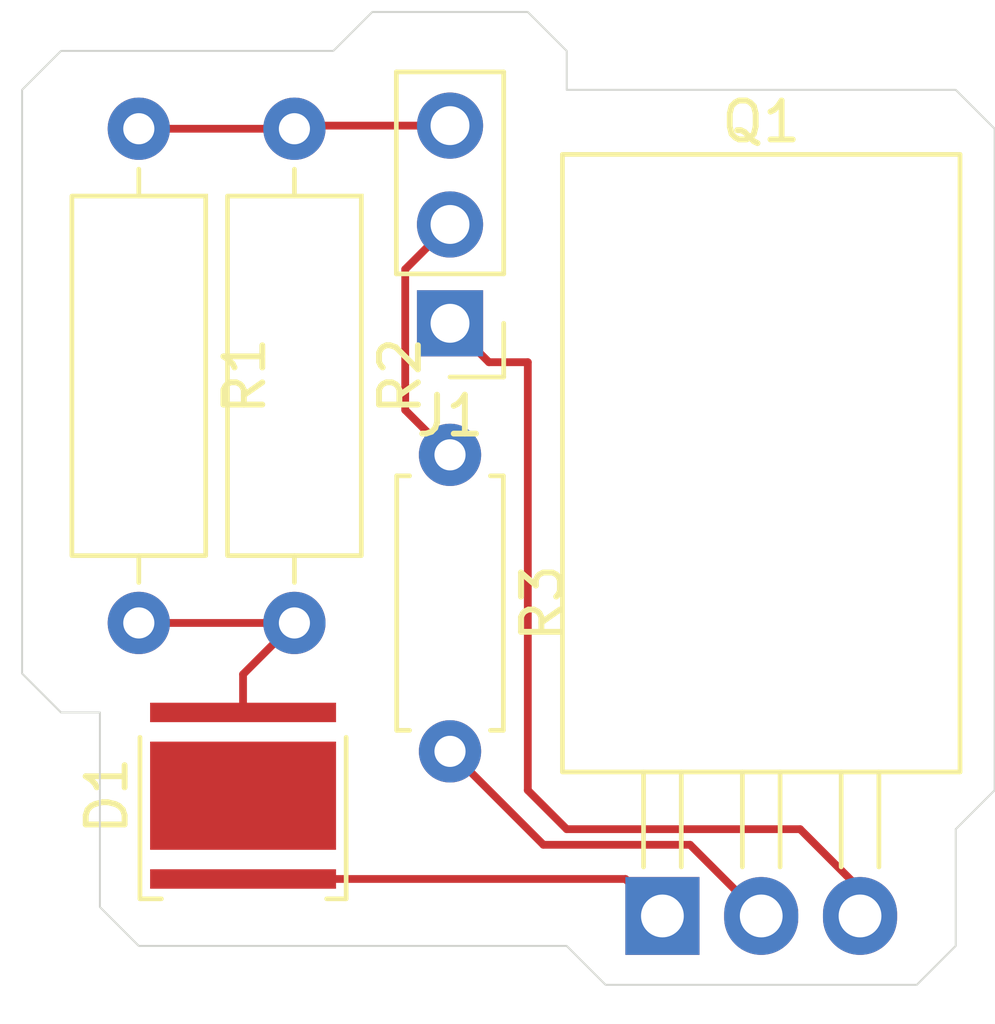
<source format=kicad_pcb>
(kicad_pcb (version 20241229) (generator "pcbnew") (generator_version "9.0")
  (layers (0 "F.Cu" signal) (2 "B.Cu" signal) (13 "F.Paste" user) (15 "B.Paste" user) (5 "F.SilkS" user "F.Silkscreen") (7 "B.SilkS" user "B.Silkscreen") (1 "F.Mask" user) (3 "B.Mask" user) (25 "Edge.Cuts" user))
  (net 0 "")
  (net 1 "Net-(D1-K)")
  (net 2 "Net-(D1-A)")
  (net 3 "SGN")
  (net 4 "VCC")
  (net 5 "GND")
  (net 6 "Net-(Q1-G)")
  (footprint "Resistor_THT:R_Axial_DIN0309_L9.0mm_D3.2mm_P12.70mm_Horizontal" (layer "F.Cu") (at 47 20 -90)
    (property "Reference" "R2" (at 6.35 -2.72 90) (layer "F.SilkS"))
    (property "Value" "R")
    (fp_line (start 1.04 0) (end 1.73 0) (stroke (width 0.12)) (layer "F.SilkS"))
    (fp_line (start 11.66 0) (end 10.97 0) (stroke (width 0.12)) (layer "F.SilkS"))
    (fp_rect (start 1.73 -1.72) (end 10.97 1.72) (stroke (width 0.12)) (fill no) (layer "F.SilkS"))
    (pad "1" thru_hole circle (at 0 0 270) (size 1.6 1.6) (drill 0.8) (layers "*.Cu" "*.Mask") (net 4 "VCC"))
    (pad "2" thru_hole circle (at 12.7 0 270) (size 1.6 1.6) (drill 0.8) (layers "*.Cu" "*.Mask") (net 2 "Net-(D1-A)"))
  )
  (footprint "Package_TO_SOT_THT:TO-220-3_Horizontal_TabDown" (layer "F.Cu") (at 56.46 40.23)
    (property "Reference" "Q1" (at 2.54 -20.41 0) (layer "F.SilkS"))
    (property "Value" "NMOS")
    (fp_line (start -2.57 -19.57) (end 7.65 -19.57) (stroke (width 0.12)) (layer "F.SilkS"))
    (fp_line (start -2.57 -3.7) (end -2.57 -19.57) (stroke (width 0.12)) (layer "F.SilkS"))
    (fp_line (start -2.57 -3.7) (end 7.65 -3.7) (stroke (width 0.12)) (layer "F.SilkS"))
    (fp_line (start -0.485 -3.7) (end -0.485 -1.26) (stroke (width 0.12)) (layer "F.SilkS"))
    (fp_line (start 0.485 -3.7) (end 0.485 -1.26) (stroke (width 0.12)) (layer "F.SilkS"))
    (fp_line (start 2.055 -3.7) (end 2.055 -1.26) (stroke (width 0.12)) (layer "F.SilkS"))
    (fp_line (start 3.025 -3.7) (end 3.025 -1.26) (stroke (width 0.12)) (layer "F.SilkS"))
    (fp_line (start 4.595 -3.7) (end 4.595 -1.26) (stroke (width 0.12)) (layer "F.SilkS"))
    (fp_line (start 5.565 -3.7) (end 5.565 -1.26) (stroke (width 0.12)) (layer "F.SilkS"))
    (fp_line (start 7.65 -3.7) (end 7.65 -19.57) (stroke (width 0.12)) (layer "F.SilkS"))
    (pad "" np_thru_hole circle (at 2.54 -16.66) (size 3.5 3.5) (drill 3.5) (layers "*.Cu" "*.Mask"))
    (pad "1" thru_hole rect (at 0 0) (size 1.905 2) (drill 1.1) (layers "*.Cu" "*.Mask") (net 1 "Net-(D1-K)"))
    (pad "2" thru_hole oval (at 2.54 0) (size 1.905 2) (drill 1.1) (layers "*.Cu" "*.Mask") (net 6 "Net-(Q1-G)"))
    (pad "3" thru_hole oval (at 5.08 0) (size 1.905 2) (drill 1.1) (layers "*.Cu" "*.Mask") (net 5 "GND"))
  )
  (footprint "Connector_PinHeader_2.54mm:PinHeader_1x03_P2.54mm_Vertical" (layer "F.Cu") (at 51 25 180)
    (property "Reference" "J1" (at 0 -2.38 0) (layer "F.SilkS"))
    (property "Value" "Conn_01x03")
    (fp_line (start 1.38 1.27) (end 1.38 6.46) (stroke (width 0.12)) (layer "F.SilkS"))
    (fp_line (start -1.38 6.46) (end 1.38 6.46) (stroke (width 0.12)) (layer "F.SilkS"))
    (fp_line (start -1.38 1.27) (end 1.38 1.27) (stroke (width 0.12)) (layer "F.SilkS"))
    (fp_line (start -1.38 1.27) (end -1.38 6.46) (stroke (width 0.12)) (layer "F.SilkS"))
    (fp_line (start -1.38 0) (end -1.38 -1.38) (stroke (width 0.12)) (layer "F.SilkS"))
    (fp_line (start -1.38 -1.38) (end 0 -1.38) (stroke (width 0.12)) (layer "F.SilkS"))
    (pad "1" thru_hole rect (at 0 0 180) (size 1.7 1.7) (drill 1) (layers "*.Cu" "*.Mask") (net 5 "GND"))
    (pad "2" thru_hole circle (at 0 2.54 180) (size 1.7 1.7) (drill 1) (layers "*.Cu" "*.Mask") (net 3 "SGN"))
    (pad "3" thru_hole circle (at 0 5.08 180) (size 1.7 1.7) (drill 1) (layers "*.Cu" "*.Mask") (net 4 "VCC"))
  )
  (footprint "Resistor_THT:R_Axial_DIN0207_L6.3mm_D2.5mm_P7.62mm_Horizontal" (layer "F.Cu") (at 51 28.38 -90)
    (property "Reference" "R3" (at 3.81 -2.37 90) (layer "F.SilkS"))
    (property "Value" "R")
    (fp_line (start 0.54 1.37) (end 7.08 1.37) (stroke (width 0.12)) (layer "F.SilkS"))
    (fp_line (start 7.08 1.37) (end 7.08 1.04) (stroke (width 0.12)) (layer "F.SilkS"))
    (fp_line (start 0.54 1.04) (end 0.54 1.37) (stroke (width 0.12)) (layer "F.SilkS"))
    (fp_line (start 0.54 -1.04) (end 0.54 -1.37) (stroke (width 0.12)) (layer "F.SilkS"))
    (fp_line (start 0.54 -1.37) (end 7.08 -1.37) (stroke (width 0.12)) (layer "F.SilkS"))
    (fp_line (start 7.08 -1.37) (end 7.08 -1.04) (stroke (width 0.12)) (layer "F.SilkS"))
    (pad "1" thru_hole circle (at 0 0 270) (size 1.6 1.6) (drill 0.8) (layers "*.Cu" "*.Mask") (net 3 "SGN"))
    (pad "2" thru_hole circle (at 7.62 0 270) (size 1.6 1.6) (drill 0.8) (layers "*.Cu" "*.Mask") (net 6 "Net-(Q1-G)"))
  )
  (footprint "LED_SMD:LED_Cree-XHP50_6V" (layer "F.Cu") (at 45.68 37.14 90)
    (property "Reference" "D1" (at 0 -3.5 90) (layer "F.SilkS"))
    (property "Value" "LED")
    (fp_line (start 1.5 -2.65) (end -2.65 -2.65) (stroke (width 0.12)) (layer "F.SilkS"))
    (fp_line (start -2.65 -2.65) (end -2.65 -2.1) (stroke (width 0.12)) (layer "F.SilkS"))
    (fp_line (start 1.5 2.65) (end -2.65 2.65) (stroke (width 0.12)) (layer "F.SilkS"))
    (fp_line (start -2.65 2.65) (end -2.65 2.15) (stroke (width 0.12)) (layer "F.SilkS"))
    (pad "1" smd rect (at -2.14 0 90) (size 0.5 4.78) (layers "F.Cu" "F.Mask") (net 1 "Net-(D1-K)"))
    (pad "2" smd rect (at 2.14 0 90) (size 0.5 4.78) (layers "F.Cu" "F.Mask") (net 2 "Net-(D1-A)"))
    (pad "3" smd rect (at 0 0 90) (size 2.78 4.78) (layers "F.Cu" "F.Mask"))
  )
  (footprint "Resistor_THT:R_Axial_DIN0309_L9.0mm_D3.2mm_P12.70mm_Horizontal" (layer "F.Cu") (at 43 20 -90)
    (property "Reference" "R1" (at 6.35 -2.72 90) (layer "F.SilkS"))
    (property "Value" "R")
    (fp_line (start 1.04 0) (end 1.73 0) (stroke (width 0.12)) (layer "F.SilkS"))
    (fp_line (start 11.66 0) (end 10.97 0) (stroke (width 0.12)) (layer "F.SilkS"))
    (fp_rect (start 1.73 -1.72) (end 10.97 1.72) (stroke (width 0.12)) (fill no) (layer "F.SilkS"))
    (pad "1" thru_hole circle (at 0 0 270) (size 1.6 1.6) (drill 0.8) (layers "*.Cu" "*.Mask") (net 4 "VCC"))
    (pad "2" thru_hole circle (at 12.7 0 270) (size 1.6 1.6) (drill 0.8) (layers "*.Cu" "*.Mask") (net 2 "Net-(D1-A)"))
  )
  (gr_poly (pts (xy 41 18) (xy 40 19) (xy 40 34) (xy 41 35) (xy 42 35) (xy 42 40) (xy 43 41) (xy 54 41) (xy 55 42) (xy 63 42) (xy 64 41) (xy 64 38) (xy 65 37) (xy 65 20) (xy 64 19) (xy 54 19) (xy 54 18) (xy 53 17) (xy 49 17) (xy 48 18)) (stroke (width 0.05)) (fill no) (layer "Edge.Cuts"))
  (segment (start 45.68 39.28) (end 55.51 39.28) (width 0.2) (layer "F.Cu") (net 1))
  (segment (start 55.51 39.28) (end 56.46 40.23) (width 0.2) (layer "F.Cu") (net 1))
  (segment (start 47 32.7) (end 45.68 34.02) (width 0.2) (layer "F.Cu") (net 2))
  (segment (start 43 32.7) (end 47 32.7) (width 0.2) (layer "F.Cu") (net 2))
  (segment (start 45.68 34.02) (end 45.68 35) (width 0.2) (layer "F.Cu") (net 2))
  (segment (start 49.849 23.611) (end 49.849 27.229) (width 0.2) (layer "F.Cu") (net 3))
  (segment (start 49.849 27.229) (end 51 28.38) (width 0.2) (layer "F.Cu") (net 3))
  (segment (start 51 22.46) (end 49.849 23.611) (width 0.2) (layer "F.Cu") (net 3))
  (segment (start 47 20) (end 43 20) (width 0.2) (layer "F.Cu") (net 4))
  (segment (start 47.08 19.92) (end 47 20) (width 0.2) (layer "F.Cu") (net 4))
  (segment (start 51 19.92) (end 47.08 19.92) (width 0.2) (layer "F.Cu") (net 4))
  (segment (start 53 26) (end 53 37) (width 0.2) (layer "F.Cu") (net 5))
  (segment (start 60 38) (end 61.54 39.54) (width 0.2) (layer "F.Cu") (net 5))
  (segment (start 51 25) (end 52 26) (width 0.2) (layer "F.Cu") (net 5))
  (segment (start 61.54 39.54) (end 61.54 40.23) (width 0.2) (layer "F.Cu") (net 5))
  (segment (start 53 37) (end 54 38) (width 0.2) (layer "F.Cu") (net 5))
  (segment (start 54 38) (end 60 38) (width 0.2) (layer "F.Cu") (net 5))
  (segment (start 52 26) (end 53 26) (width 0.2) (layer "F.Cu") (net 5))
  (segment (start 51 36) (end 53.401 38.401) (width 0.2) (layer "F.Cu") (net 6))
  (segment (start 57.171 38.401) (end 59 40.23) (width 0.2) (layer "F.Cu") (net 6))
  (segment (start 53.401 38.401) (end 57.171 38.401) (width 0.2) (layer "F.Cu") (net 6))
)
</source>
